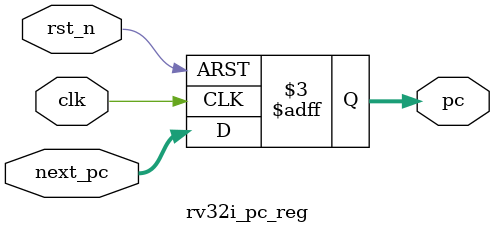
<source format=v>
module rv32i_pc_reg (
    input  wire        clk,
    input  wire        rst_n,      // asynchronous active low reset
    input  wire [31:0] next_pc,
    output reg  [31:0] pc  //pc_current
);
    //implement PC update logic
    always @(posedge clk, negedge rst_n) begin
        if (!rst_n)
            pc <= 32'b0;
        else
            pc <= next_pc;
    end


endmodule

</source>
